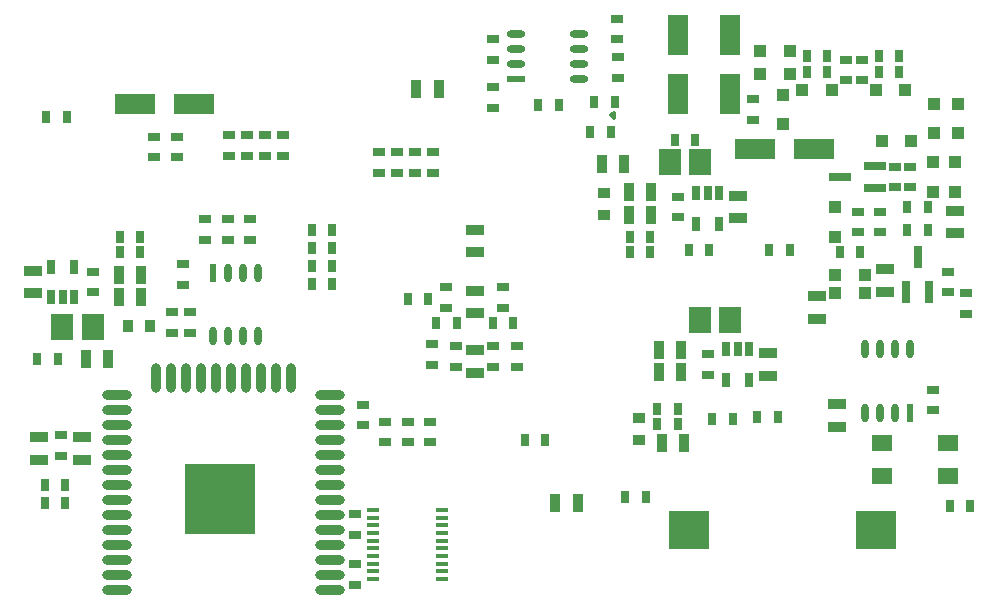
<source format=gbp>
G04 #@! TF.GenerationSoftware,KiCad,Pcbnew,5.0.0-rc2-dev-unknown+dfsg1+20180318-2*
G04 #@! TF.CreationDate,2018-05-18T20:09:28+02:00*
G04 #@! TF.ProjectId,ulx3s,756C7833732E6B696361645F70636200,rev?*
G04 #@! TF.SameCoordinates,Original*
G04 #@! TF.FileFunction,Paste,Bot*
G04 #@! TF.FilePolarity,Positive*
%FSLAX46Y46*%
G04 Gerber Fmt 4.6, Leading zero omitted, Abs format (unit mm)*
G04 Created by KiCad (PCBNEW 5.0.0-rc2-dev-unknown+dfsg1+20180318-2) date Fri May 18 20:09:28 2018*
%MOMM*%
%LPD*%
G01*
G04 APERTURE LIST*
%ADD10C,0.350000*%
%ADD11R,0.700000X1.200000*%
%ADD12R,1.000000X0.400000*%
%ADD13R,3.500000X3.300000*%
%ADD14R,0.600000X1.550000*%
%ADD15O,0.600000X1.550000*%
%ADD16R,1.550000X0.600000*%
%ADD17O,1.550000X0.600000*%
%ADD18O,2.500000X0.900000*%
%ADD19O,0.900000X2.500000*%
%ADD20R,6.000000X6.000000*%
%ADD21R,1.800000X1.400000*%
%ADD22R,0.970000X1.500000*%
%ADD23R,1.500000X0.970000*%
%ADD24R,0.670000X1.000000*%
%ADD25R,1.000000X0.670000*%
%ADD26R,1.825000X2.200000*%
%ADD27R,1.000000X1.000000*%
%ADD28R,0.800000X1.900000*%
%ADD29R,1.900000X0.800000*%
%ADD30R,3.500000X1.800000*%
%ADD31R,1.800000X3.500000*%
%ADD32R,1.000000X0.845000*%
%ADD33R,0.845000X1.000000*%
G04 APERTURE END LIST*
D10*
X150296000Y-71062000D02*
X150046000Y-70812000D01*
X150046000Y-70812000D02*
X150296000Y-70562000D01*
X150296000Y-70562000D02*
X150296000Y-71062000D01*
D11*
X159825000Y-90600000D03*
X160775000Y-90600000D03*
X161725000Y-90600000D03*
X161725000Y-93200000D03*
X159825000Y-93200000D03*
X104575000Y-86215000D03*
X103625000Y-86215000D03*
X102675000Y-86215000D03*
X102675000Y-83615000D03*
X104575000Y-83615000D03*
X157285000Y-77392000D03*
X158235000Y-77392000D03*
X159185000Y-77392000D03*
X159185000Y-79992000D03*
X157285000Y-79992000D03*
D12*
X135735000Y-104215000D03*
X135735000Y-104865000D03*
X135735000Y-105515000D03*
X135735000Y-106165000D03*
X135735000Y-106815000D03*
X135735000Y-107465000D03*
X135735000Y-108115000D03*
X135735000Y-108765000D03*
X135735000Y-109415000D03*
X135735000Y-110065000D03*
X129935000Y-110065000D03*
X129935000Y-109415000D03*
X129935000Y-108765000D03*
X129935000Y-108115000D03*
X129935000Y-107465000D03*
X129935000Y-106815000D03*
X129935000Y-106165000D03*
X129935000Y-105515000D03*
X129935000Y-104865000D03*
X129935000Y-104215000D03*
D13*
X172485000Y-105870000D03*
X156685000Y-105870000D03*
D14*
X175395000Y-96015000D03*
D15*
X174125000Y-96015000D03*
X172855000Y-96015000D03*
X171585000Y-96015000D03*
X171585000Y-90615000D03*
X172855000Y-90615000D03*
X174125000Y-90615000D03*
X175395000Y-90615000D03*
D16*
X141980000Y-67706500D03*
D17*
X141980000Y-66436500D03*
X141980000Y-65166500D03*
X141980000Y-63896500D03*
X147380000Y-63896500D03*
X147380000Y-65166500D03*
X147380000Y-66436500D03*
X147380000Y-67706500D03*
D14*
X116325000Y-84120000D03*
D15*
X117595000Y-84120000D03*
X118865000Y-84120000D03*
X120135000Y-84120000D03*
X120135000Y-89520000D03*
X118865000Y-89520000D03*
X117595000Y-89520000D03*
X116325000Y-89520000D03*
D18*
X126230000Y-111000000D03*
X126230000Y-109730000D03*
X126230000Y-108460000D03*
X126230000Y-107190000D03*
X126230000Y-105920000D03*
X126230000Y-104650000D03*
X126230000Y-103380000D03*
X126230000Y-102110000D03*
X126230000Y-100840000D03*
X126230000Y-99570000D03*
X126230000Y-98300000D03*
X126230000Y-97030000D03*
X126230000Y-95760000D03*
X126230000Y-94490000D03*
D19*
X122945000Y-93000000D03*
X121675000Y-93000000D03*
X120405000Y-93000000D03*
X119135000Y-93000000D03*
X117865000Y-93000000D03*
X116595000Y-93000000D03*
X115325000Y-93000000D03*
X114055000Y-93000000D03*
X112785000Y-93000000D03*
X111515000Y-93000000D03*
D18*
X108230000Y-94490000D03*
X108230000Y-95760000D03*
X108230000Y-97030000D03*
X108230000Y-98300000D03*
X108230000Y-99570000D03*
X108230000Y-100840000D03*
X108230000Y-102110000D03*
X108230000Y-103380000D03*
X108230000Y-104650000D03*
X108230000Y-105920000D03*
X108230000Y-107190000D03*
X108230000Y-108460000D03*
X108230000Y-109730000D03*
X108230000Y-111000000D03*
D20*
X116930000Y-103300000D03*
D21*
X178576000Y-98522000D03*
X172976000Y-98522000D03*
X172976000Y-101322000D03*
X178576000Y-101322000D03*
D22*
X133546000Y-68550000D03*
X135456000Y-68550000D03*
D23*
X101085000Y-83960000D03*
X101085000Y-85870000D03*
D24*
X153985000Y-96910000D03*
X155735000Y-96910000D03*
D22*
X156015000Y-90630000D03*
X154105000Y-90630000D03*
X154105000Y-92535000D03*
X156015000Y-92535000D03*
D23*
X163315000Y-90945000D03*
X163315000Y-92855000D03*
D24*
X151645000Y-82375000D03*
X153395000Y-82375000D03*
D22*
X153475000Y-79200000D03*
X151565000Y-79200000D03*
X153475000Y-77295000D03*
X151565000Y-77295000D03*
D23*
X160775000Y-79520000D03*
X160775000Y-77610000D03*
D24*
X108465000Y-81105000D03*
X110215000Y-81105000D03*
D22*
X108385000Y-84280000D03*
X110295000Y-84280000D03*
X110295000Y-86185000D03*
X108385000Y-86185000D03*
D23*
X173221000Y-83833000D03*
X173221000Y-85743000D03*
D25*
X175380000Y-76900000D03*
X175380000Y-75150000D03*
D23*
X105276000Y-99967000D03*
X105276000Y-98057000D03*
X167506000Y-88029000D03*
X167506000Y-86119000D03*
X138500000Y-90665000D03*
X138500000Y-92575000D03*
D25*
X150589600Y-64359000D03*
X150589600Y-62609000D03*
D23*
X138500000Y-82375000D03*
X138500000Y-80465000D03*
X138500000Y-87575000D03*
X138500000Y-85665000D03*
X101593000Y-99967000D03*
X101593000Y-98057000D03*
D22*
X154359000Y-98504000D03*
X156269000Y-98504000D03*
X105591000Y-91392000D03*
X107501000Y-91392000D03*
X151189000Y-74882000D03*
X149279000Y-74882000D03*
D25*
X140900000Y-87095000D03*
X140900000Y-85345000D03*
X136100000Y-87095000D03*
X136100000Y-85345000D03*
X136900000Y-92095000D03*
X136900000Y-90345000D03*
X140100000Y-90345000D03*
X140100000Y-92095000D03*
X142100000Y-92095000D03*
X142100000Y-90345000D03*
X134900000Y-90145000D03*
X134900000Y-91895000D03*
D24*
X135225000Y-88420000D03*
X136975000Y-88420000D03*
X140025000Y-88420000D03*
X141775000Y-88420000D03*
X163425000Y-82220000D03*
X165175000Y-82220000D03*
X158375000Y-82220000D03*
X156625000Y-82220000D03*
D25*
X177300000Y-94025000D03*
X177300000Y-95775000D03*
D22*
X145342000Y-103584000D03*
X147252000Y-103584000D03*
D24*
X103995000Y-70963000D03*
X102245000Y-70963000D03*
X103245000Y-91410000D03*
X101495000Y-91410000D03*
D25*
X180094000Y-87586000D03*
X180094000Y-85836000D03*
D24*
X180473000Y-103856000D03*
X178723000Y-103856000D03*
X158645000Y-96490000D03*
X160395000Y-96490000D03*
X132827200Y-86330000D03*
X134577200Y-86330000D03*
D23*
X169172000Y-95281000D03*
X169172000Y-97191000D03*
X179190000Y-80790000D03*
X179190000Y-78880000D03*
D26*
X157582500Y-88090000D03*
X160157500Y-88090000D03*
X103607500Y-88725000D03*
X106182500Y-88725000D03*
X157617500Y-74755000D03*
X155042500Y-74755000D03*
D27*
X169050000Y-84280000D03*
X171550000Y-84280000D03*
X169030000Y-78585000D03*
X169030000Y-81085000D03*
X171550000Y-85804000D03*
X169050000Y-85804000D03*
X179190000Y-74775000D03*
X179190000Y-77275000D03*
X177285000Y-77275000D03*
X177285000Y-74775000D03*
X172987000Y-72977000D03*
X175487000Y-72977000D03*
X164585000Y-69060000D03*
X164585000Y-71560000D03*
X168756000Y-68659000D03*
X166256000Y-68659000D03*
X174979000Y-68659000D03*
X172479000Y-68659000D03*
X165200000Y-67262000D03*
X162700000Y-67262000D03*
X162700000Y-65357000D03*
X165200000Y-65357000D03*
X177412000Y-72322000D03*
X177412000Y-69822000D03*
X179444000Y-69822000D03*
X179444000Y-72322000D03*
D28*
X176015000Y-82780000D03*
X175065000Y-85780000D03*
X176965000Y-85780000D03*
D29*
X172435000Y-75075000D03*
X172435000Y-76975000D03*
X169435000Y-76025000D03*
D30*
X114761000Y-69802000D03*
X109761000Y-69802000D03*
X167212000Y-73612000D03*
X162212000Y-73612000D03*
D31*
X155695000Y-69000000D03*
X155695000Y-64000000D03*
X160140000Y-69000000D03*
X160140000Y-64000000D03*
D25*
X113277000Y-74360000D03*
X113277000Y-72610000D03*
X111372000Y-72610000D03*
X111372000Y-74360000D03*
D24*
X155455000Y-72850000D03*
X157205000Y-72850000D03*
D25*
X171316000Y-66090000D03*
X171316000Y-67840000D03*
X169919000Y-67840000D03*
X169919000Y-66090000D03*
D24*
X174477000Y-65738000D03*
X172727000Y-65738000D03*
D25*
X128390000Y-106321000D03*
X128390000Y-104571000D03*
X117722000Y-72483000D03*
X117722000Y-74233000D03*
X119246000Y-74233000D03*
X119246000Y-72483000D03*
X120770000Y-72483000D03*
X120770000Y-74233000D03*
X122294000Y-74233000D03*
X122294000Y-72483000D03*
D24*
X145655000Y-69900000D03*
X143905000Y-69900000D03*
D32*
X152393000Y-96398500D03*
X152393000Y-98323500D03*
D33*
X111064500Y-88598000D03*
X109139500Y-88598000D03*
D32*
X149472000Y-77348500D03*
X149472000Y-79273500D03*
D24*
X166631000Y-65738000D03*
X168381000Y-65738000D03*
X124721000Y-85060000D03*
X126471000Y-85060000D03*
X126471000Y-83536000D03*
X124721000Y-83536000D03*
X126471000Y-82012000D03*
X124721000Y-82012000D03*
X124721000Y-80470000D03*
X126471000Y-80470000D03*
D25*
X130422000Y-73898000D03*
X130422000Y-75648000D03*
X131961000Y-75648000D03*
X131961000Y-73898000D03*
X133485000Y-73898000D03*
X133485000Y-75648000D03*
X135009000Y-75648000D03*
X135009000Y-73898000D03*
X113785000Y-83405000D03*
X113785000Y-85155000D03*
D24*
X151264000Y-103076000D03*
X153014000Y-103076000D03*
X164190000Y-96345000D03*
X162440000Y-96345000D03*
D25*
X178555000Y-85790000D03*
X178555000Y-84040000D03*
X112896000Y-89219000D03*
X112896000Y-87469000D03*
X170935000Y-80710000D03*
X170935000Y-78960000D03*
D24*
X103865000Y-102060000D03*
X102115000Y-102060000D03*
D25*
X114420000Y-89219000D03*
X114420000Y-87469000D03*
D24*
X171175000Y-82375000D03*
X169425000Y-82375000D03*
D25*
X172840000Y-80710000D03*
X172840000Y-78960000D03*
X162045000Y-69435000D03*
X162045000Y-71185000D03*
D24*
X175140000Y-80470000D03*
X176890000Y-80470000D03*
D25*
X174110000Y-75150000D03*
X174110000Y-76900000D03*
X128390000Y-110555000D03*
X128390000Y-108805000D03*
X119500000Y-79595000D03*
X119500000Y-81345000D03*
D24*
X176890000Y-78565000D03*
X175140000Y-78565000D03*
D25*
X140025500Y-66105000D03*
X140025500Y-64355000D03*
X140025500Y-70187000D03*
X140025500Y-68437000D03*
X150615000Y-65897000D03*
X150615000Y-67647000D03*
D24*
X150050000Y-72215000D03*
X148300000Y-72215000D03*
X150362000Y-69693000D03*
X148612000Y-69693000D03*
D25*
X129025000Y-95300000D03*
X129025000Y-97050000D03*
X117595000Y-79595000D03*
X117595000Y-81345000D03*
X115690000Y-81345000D03*
X115690000Y-79595000D03*
D24*
X142755000Y-98250000D03*
X144505000Y-98250000D03*
D25*
X132835000Y-98490000D03*
X132835000Y-96740000D03*
X130930000Y-96740000D03*
X130930000Y-98490000D03*
D24*
X103865000Y-103600000D03*
X102115000Y-103600000D03*
D25*
X103498000Y-99633000D03*
X103498000Y-97883000D03*
X134740000Y-96740000D03*
X134740000Y-98490000D03*
D24*
X166631000Y-67135000D03*
X168381000Y-67135000D03*
X172725000Y-67120000D03*
X174475000Y-67120000D03*
X155735000Y-95640000D03*
X153985000Y-95640000D03*
X108465000Y-82375000D03*
X110215000Y-82375000D03*
X153395000Y-81105000D03*
X151645000Y-81105000D03*
D25*
X158235000Y-91025000D03*
X158235000Y-92775000D03*
X106165000Y-85790000D03*
X106165000Y-84040000D03*
X155695000Y-77690000D03*
X155695000Y-79440000D03*
M02*

</source>
